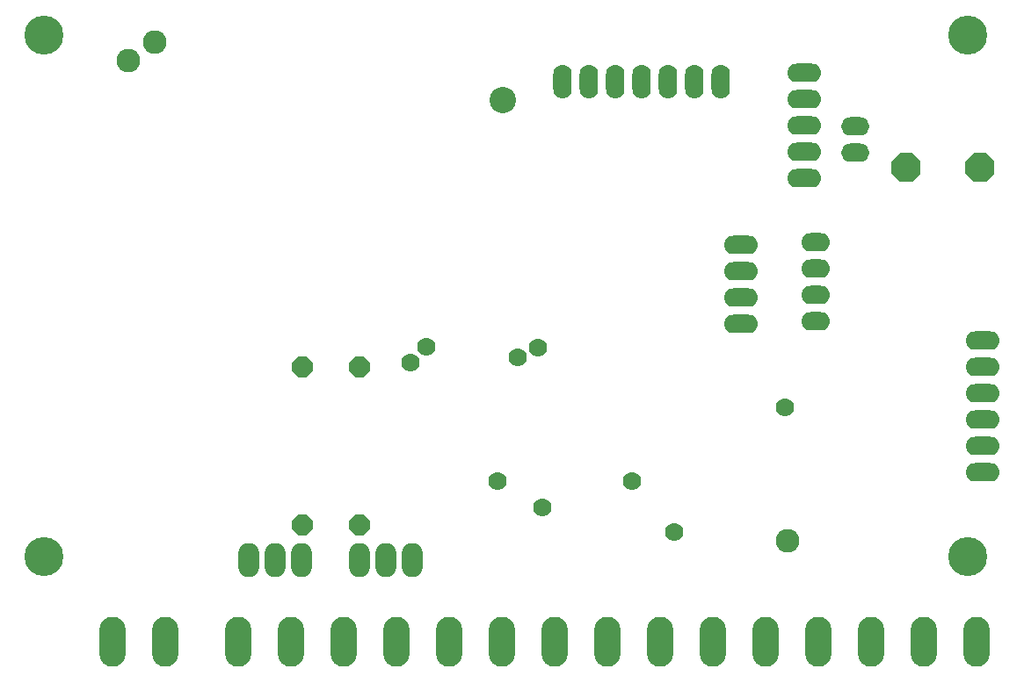
<source format=gbr>
G04 DesignSpark PCB Gerber Version 11.0 Build 5877*
G04 #@! TF.Part,Single*
G04 #@! TF.FileFunction,Soldermask,Bot*
G04 #@! TF.FilePolarity,Negative*
%FSLAX35Y35*%
%MOIN*%
G04 #@! TA.AperFunction,ComponentPad*
%ADD70O,0.07000X0.13000*%
%ADD19O,0.08000X0.13000*%
%ADD13O,0.10000X0.19000*%
G04 #@! TA.AperFunction,WasherPad*
%ADD10C,0.07000*%
%ADD11C,0.09000*%
%ADD12C,0.10000*%
G04 #@! TA.AperFunction,ComponentPad*
%ADD15O,0.10700X0.07000*%
%ADD71O,0.11000X0.07000*%
%ADD14O,0.13000X0.07000*%
%ADD16C,0.14792*%
%AMT18*0 Octagon Pad at angle 0*4,1,8,-0.01656,-0.04000,0.01656,-0.04000,0.04000,-0.01656,0.04000,0.01656,0.01656,0.04000,-0.01656,0.04000,-0.04000,0.01656,-0.04000,-0.01656,-0.01656,-0.04000,0*%
%ADD18T18*%
%AMT17*0 Octagon Pad at angle 0*4,1,8,-0.02278,-0.05500,0.02278,-0.05500,0.05500,-0.02278,0.05500,0.02278,0.02278,0.05500,-0.02278,0.05500,-0.05500,0.02278,-0.05500,-0.02278,-0.02278,-0.05500,0*%
%ADD17T17*%
G04 #@! TD.AperFunction*
X0Y0D02*
D02*
D10*
X157050Y143200D03*
X163250Y149200D03*
X190050Y98300D03*
X197750Y145200D03*
X205550Y149000D03*
X207050Y88100D03*
X241250Y98200D03*
X257150Y78700D03*
X299050Y126200D03*
D02*
D11*
X50250Y257900D03*
X60050Y264700D03*
X300150Y75600D03*
D02*
D12*
X192050Y242700D03*
D02*
D13*
X44050Y37200D03*
X64050D03*
X91850D03*
X111850D03*
X131850D03*
X151850D03*
X171850D03*
X191850D03*
X211850D03*
X231850D03*
X251850D03*
X271850D03*
X291850D03*
X311850D03*
X331850D03*
X351850D03*
X371850D03*
D02*
D14*
X282450Y157800D03*
Y167800D03*
Y177800D03*
Y187800D03*
X306550Y213200D03*
Y223200D03*
Y233200D03*
Y243200D03*
Y253200D03*
X374150Y101600D03*
Y111600D03*
Y121600D03*
Y131600D03*
Y141600D03*
Y151600D03*
D02*
D15*
X325850Y222800D03*
Y232800D03*
D02*
D16*
X18150Y69500D03*
Y267500D03*
X368450Y69500D03*
Y267500D03*
D02*
D17*
X345250Y217200D03*
X373250D03*
D02*
D18*
X116050Y81500D03*
Y141500D03*
X137850Y81500D03*
Y141500D03*
D02*
D19*
X95850Y68100D03*
X105850D03*
X115850D03*
X137950D03*
X147950D03*
X157950D03*
D02*
D70*
X214950Y249800D03*
X224950D03*
X234950D03*
X244950D03*
X254950D03*
X264950D03*
X274950D03*
D02*
D71*
X310750Y158700D03*
Y168700D03*
Y178700D03*
Y188700D03*
X0Y0D02*
M02*

</source>
